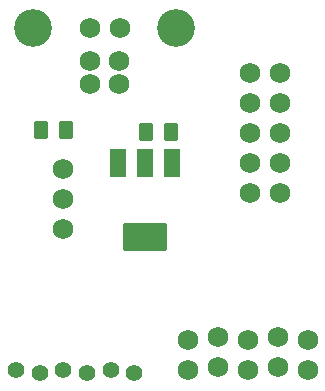
<source format=gts>
%TF.GenerationSoftware,KiCad,Pcbnew,7.0.8*%
%TF.CreationDate,2024-04-09T21:16:55-04:00*%
%TF.ProjectId,petit-jtag,70657469-742d-46a7-9461-672e6b696361,1.1*%
%TF.SameCoordinates,PX8aadb58PY72b28c8*%
%TF.FileFunction,Soldermask,Top*%
%TF.FilePolarity,Negative*%
%FSLAX46Y46*%
G04 Gerber Fmt 4.6, Leading zero omitted, Abs format (unit mm)*
G04 Created by KiCad (PCBNEW 7.0.8) date 2024-04-09 21:16:55*
%MOMM*%
%LPD*%
G01*
G04 APERTURE LIST*
G04 Aperture macros list*
%AMRoundRect*
0 Rectangle with rounded corners*
0 $1 Rounding radius*
0 $2 $3 $4 $5 $6 $7 $8 $9 X,Y pos of 4 corners*
0 Add a 4 corners polygon primitive as box body*
4,1,4,$2,$3,$4,$5,$6,$7,$8,$9,$2,$3,0*
0 Add four circle primitives for the rounded corners*
1,1,$1+$1,$2,$3*
1,1,$1+$1,$4,$5*
1,1,$1+$1,$6,$7*
1,1,$1+$1,$8,$9*
0 Add four rect primitives between the rounded corners*
20,1,$1+$1,$2,$3,$4,$5,0*
20,1,$1+$1,$4,$5,$6,$7,0*
20,1,$1+$1,$6,$7,$8,$9,0*
20,1,$1+$1,$8,$9,$2,$3,0*%
G04 Aperture macros list end*
%ADD10C,1.727200*%
%ADD11C,3.203200*%
%ADD12RoundRect,0.101600X-0.508000X-0.635000X0.508000X-0.635000X0.508000X0.635000X-0.508000X0.635000X0*%
%ADD13RoundRect,0.101600X0.600000X1.100000X-0.600000X1.100000X-0.600000X-1.100000X0.600000X-1.100000X0*%
%ADD14RoundRect,0.101600X1.750000X1.100000X-1.750000X1.100000X-1.750000X-1.100000X1.750000X-1.100000X0*%
%ADD15RoundRect,0.101600X0.508000X0.635000X-0.508000X0.635000X-0.508000X-0.635000X0.508000X-0.635000X0*%
%ADD16C,1.403200*%
G04 APERTURE END LIST*
D10*
X8021000Y27159000D03*
X10521000Y27159000D03*
X10521000Y29159000D03*
X8021000Y29159000D03*
D11*
X3251000Y31869000D03*
X15291000Y31869000D03*
D10*
X5715000Y14859000D03*
X5715000Y17399000D03*
X5715000Y19939000D03*
D12*
X12763500Y23114000D03*
X14922500Y23114000D03*
D13*
X15000000Y20447000D03*
D14*
X12700000Y14247000D03*
D13*
X12700000Y20447000D03*
X10400000Y20447000D03*
D15*
X6032500Y23241000D03*
X3873500Y23241000D03*
D10*
X16306800Y2921000D03*
X16306800Y5461000D03*
X18846800Y3175000D03*
X18846800Y5715000D03*
X21386800Y2921000D03*
X21386800Y5461000D03*
X23926800Y3175000D03*
X23926800Y5715000D03*
X26466800Y2921000D03*
X26466800Y5461000D03*
D16*
X1778000Y2921000D03*
X3778000Y2667000D03*
X5778000Y2921000D03*
X7778000Y2667000D03*
X9778000Y2921000D03*
X11778000Y2667000D03*
D10*
X21590000Y28067000D03*
X24130000Y28067000D03*
X21590000Y25527000D03*
X24130000Y25527000D03*
X21590000Y22987000D03*
X24130000Y22987000D03*
X21590000Y20447000D03*
X24130000Y20447000D03*
X21590000Y17907000D03*
X24130000Y17907000D03*
X8001000Y31877000D03*
X10541000Y31877000D03*
M02*

</source>
